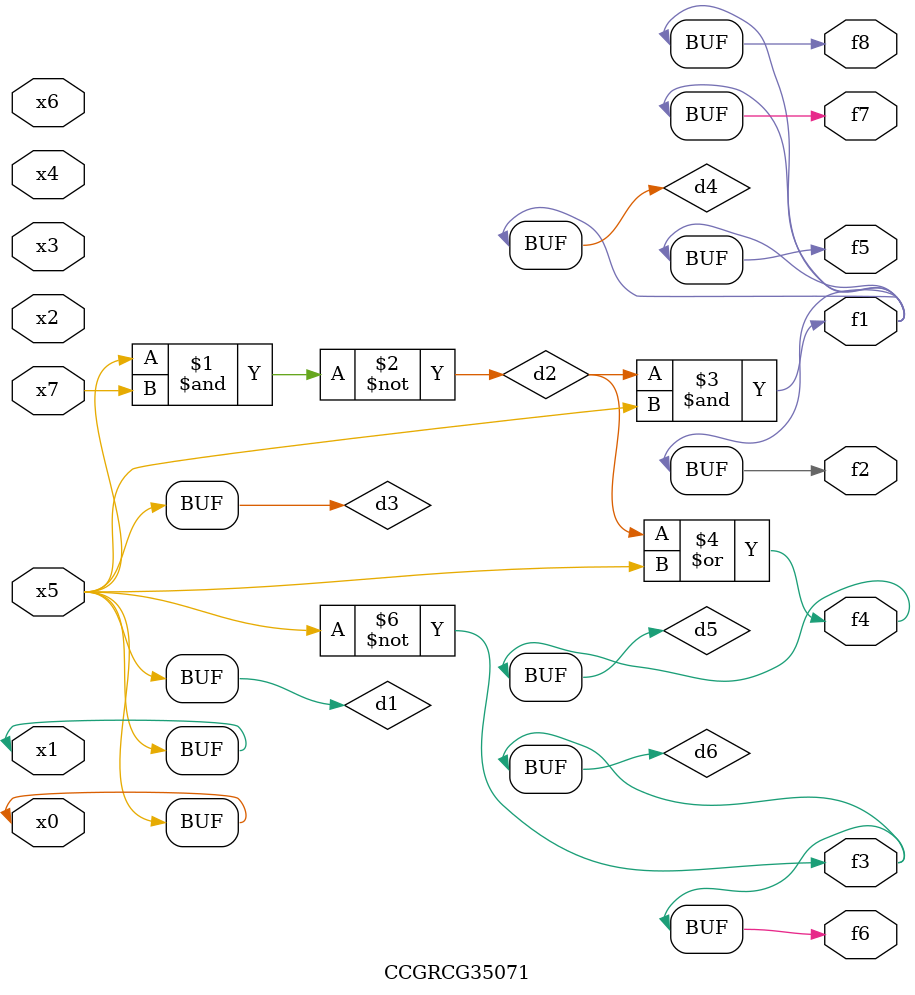
<source format=v>
module CCGRCG35071(
	input x0, x1, x2, x3, x4, x5, x6, x7,
	output f1, f2, f3, f4, f5, f6, f7, f8
);

	wire d1, d2, d3, d4, d5, d6;

	buf (d1, x0, x5);
	nand (d2, x5, x7);
	buf (d3, x0, x1);
	and (d4, d2, d3);
	or (d5, d2, d3);
	nor (d6, d1, d3);
	assign f1 = d4;
	assign f2 = d4;
	assign f3 = d6;
	assign f4 = d5;
	assign f5 = d4;
	assign f6 = d6;
	assign f7 = d4;
	assign f8 = d4;
endmodule

</source>
